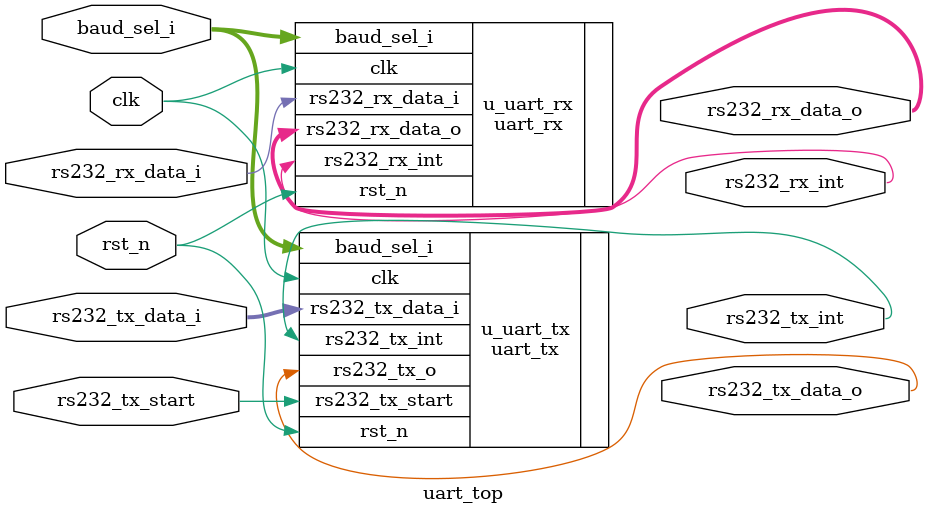
<source format=v>
`timescale 1ns/1ps

module uart_top
#(
	parameter UART_CLK_MHZ = 50
)
(
	input  clk,
	input  rst_n,
	input  [2:0]baud_sel_i,
	
	input  rs232_tx_start,
	input  [7:0]rs232_tx_data_i,
	output rs232_tx_data_o,
	output rs232_tx_int,
	
	input  rs232_rx_data_i,
	output [7:0]rs232_rx_data_o,
	output rs232_rx_int
	
);

uart_rx
#(
	.UART_CLK_MHZ(UART_CLK_MHZ)
)
u_uart_rx
(
	.clk(clk),
	.rst_n(rst_n),
	.baud_sel_i(baud_sel_i),
	.rs232_rx_data_i(rs232_rx_data_i),
	.rs232_rx_data_o(rs232_rx_data_o),
	.rs232_rx_int(rs232_rx_int)
);

uart_tx
#(
	.UART_CLK_MHZ(UART_CLK_MHZ)
)
u_uart_tx
(
	.clk(clk),
	.rst_n(rst_n),
	.baud_sel_i(baud_sel_i),
	.rs232_tx_start(rs232_tx_start),
	.rs232_tx_data_i(rs232_tx_data_i),
	.rs232_tx_int(rs232_tx_int),
	.rs232_tx_o(rs232_tx_data_o)
);

endmodule

</source>
